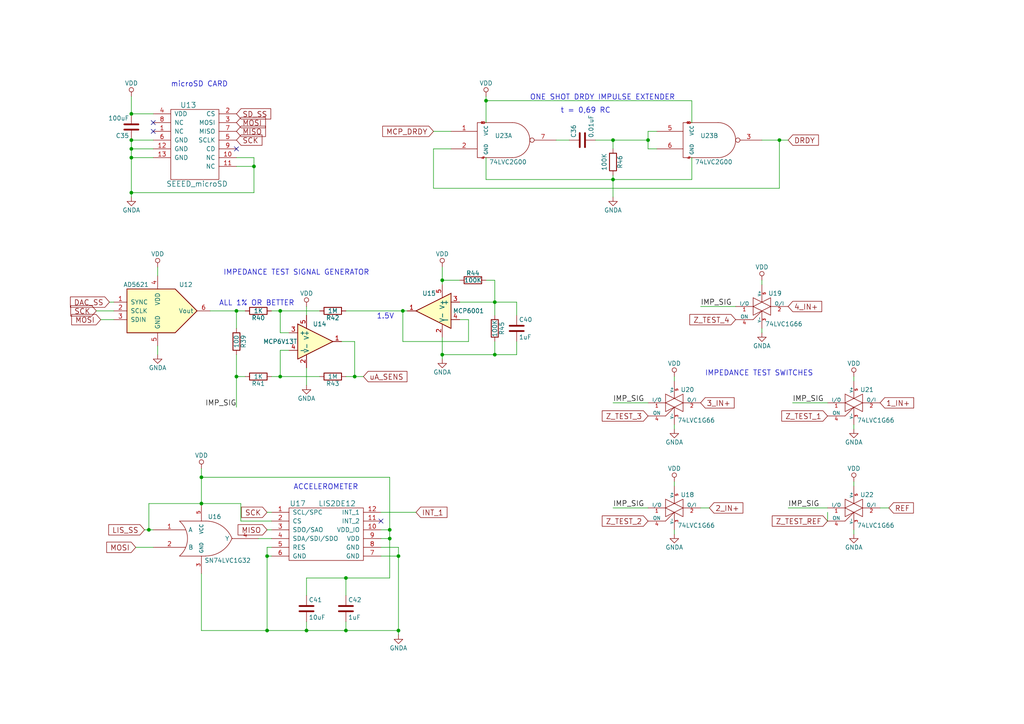
<source format=kicad_sch>
(kicad_sch (version 20230121) (generator eeschema)
  (paper "A4")
  (title_block (title "Ganglion Peripherals") (date "2018-1-8") (rev "1.0.1") (company "OpenBCI"))
  (lib_symbols
    (symbol "Ganglion_01-rescue:C" (pin_numbers hide) (pin_names (offset 0.254))
      (property "Reference" "C" (at 0.635 2.54 0))
      (property "Value" "C" (at 0.635 -2.54 0))
      (symbol "C_0_1"
        (polyline (pts (xy -2.032 -0.762) (xy 2.032 -0.762)) (stroke (width 0.508)))
        (polyline (pts (xy -2.032 0.762) (xy 2.032 0.762)) (stroke (width 0.508)))
      )
      (symbol "C_1_1"
        (pin passive line (at 0 3.81 270) (length 2.794) (name "~") (number "1"))
        (pin passive line (at 0 -3.81 90) (length 2.794) (name "~") (number "2"))
      )
    )
    (symbol "Ganglion_01-rescue:GNDA" (power) (pin_names (offset 0))
      (property "Value" "GNDA" (at 0 -3.81 0))
      (symbol "GNDA_0_1"
        (polyline (pts (xy 0 0) (xy 0 -1.27) (xy 1.27 -1.27) (xy 0 -2.54) (xy -1.27 -1.27) (xy 0 -1.27)))
      )
      (symbol "GNDA_1_1"
        (pin power_in line (at 0 0 270) (length 0) hide (name "GNDA") (number "1"))
      )
    )
    (symbol "Ganglion_01-rescue:MCP6001"
      (property "Reference" "U" (at 1.27 5.08 0))
      (property "Value" "MCP6001" (at 5.08 -5.08 0))
      (symbol "MCP6001_0_1"
        (polyline (pts (xy -5.08 5.08) (xy 5.08 0) (xy -5.08 -5.08) (xy -5.08 5.08)) (stroke (width 0.254)) (fill (type background)))
      )
      (symbol "MCP6001_1_1"
        (pin output line (at 7.62 0 180) (length 2.54) (name "~") (number "1"))
        (pin input line (at -2.54 -7.62 90) (length 3.81) (name "V-") (number "2"))
        (pin input line (at -7.62 2.54 0) (length 2.54) (name "+") (number "3"))
        (pin input line (at -7.62 -2.54 0) (length 2.54) (name "-") (number "4"))
        (pin input line (at -2.54 7.62 270) (length 3.81) (name "V+") (number "5"))
      )
    )
    (symbol "Ganglion_01-rescue:R" (pin_numbers hide) (pin_names (offset 0))
      (property "Reference" "R" (at 2.032 0 90))
      (property "Value" "R" (at 0 0 90))
      (symbol "R_0_1"
        (rectangle (start -1.016 -2.54) (end 1.016 2.54) (stroke (width 0.254)))
      )
      (symbol "R_1_1"
        (pin passive line (at 0 3.81 270) (length 1.27) (name "~") (number "1"))
        (pin passive line (at 0 -3.81 90) (length 1.27) (name "~") (number "2"))
      )
    )
    (symbol "Ganglion_01-rescue:VDD" (power) (pin_names (offset 0))
      (property "Value" "VDD" (at 0 3.81 0))
      (symbol "VDD_0_1"
        (polyline (pts (xy 0 0) (xy 0 1.27)))
        (circle (center 0 1.905) (radius 0.635))
      )
      (symbol "VDD_1_1"
        (pin power_in line (at 0 0 90) (length 0) hide (name "VDD") (number "1"))
      )
    )
    (symbol "OpenBCI:74LVC1G66" (pin_names (offset 0))
      (property "Reference" "U" (at 3.81 3.81 0))
      (property "Value" "74LVC1G66" (at 6.35 -5.08 0))
      (symbol "74LVC1G66_0_1"
        (polyline (pts (xy -2.54 -3.81) (xy 0 -1.27) (xy 0 -1.27)))
        (polyline (pts (xy -2.54 0) (xy 2.54 2.54) (xy 2.54 -2.54) (xy -2.54 0)))
        (polyline (pts (xy -2.54 2.54) (xy 2.54 0) (xy -2.54 -2.54) (xy -2.54 2.54)))
        (pin power_in line (at 0 -6.35 90) (length 5.08) (name "V-") (number "3"))
        (pin power_in line (at 0 6.35 270) (length 5.08) (name "V+") (number "5"))
      )
      (symbol "74LVC1G66_1_1"
        (pin passive line (at -7.62 0 0) (length 5.08) (name "I/O") (number "1"))
        (pin passive line (at 7.62 0 180) (length 5.08) (name "O/I") (number "2"))
        (pin input line (at -7.62 -3.81 0) (length 5.08) (name "ON") (number "4"))
      )
    )
    (symbol "OpenBCI:74LVC2G00" (pin_names (offset 0.762))
      (property "Reference" "U" (at 0 1.27 0))
      (property "Value" "74LVC2G00" (at 1.27 -6.35 0))
      (symbol "74LVC2G00_0_0"
        (pin power_in line (at -5.08 -5.08 90) (length 0) (name "GND") (number "4"))
        (pin power_in line (at -5.08 5.08 270) (length 0) (name "VCC") (number "8"))
      )
      (symbol "74LVC2G00_0_1"
        (polyline (pts (xy 2.54 5.08) (xy -7.62 5.08) (xy -7.62 -5.08) (xy 2.54 -5.08)))
        (arc (start 2.54 -5.08) (mid 7.5979 0) (end 2.54 5.08))
      )
      (symbol "74LVC2G00_0_2"
        (arc (start -7.62 -5.08) (mid -5.2253 0) (end -7.62 5.08))
        (arc (start 0 -5.08) (mid 4.5408 -3.6305) (end 7.62 0))
        (polyline (pts (xy -7.62 -5.08) (xy 0 -5.08)))
        (polyline (pts (xy -7.62 5.08) (xy 0 5.08)))
        (arc (start 7.62 0) (mid 4.5343 3.6226) (end 0 5.08))
      )
      (symbol "74LVC2G00_1_1"
        (pin input line (at -15.24 2.54 0) (length 7.62) (name "~") (number "1"))
        (pin input line (at -15.24 -2.54 0) (length 7.62) (name "~") (number "2"))
        (pin output inverted (at 15.24 0 180) (length 7.62) (name "~") (number "7"))
      )
      (symbol "74LVC2G00_1_2"
        (pin input inverted (at -15.24 2.54 0) (length 9.398) (name "~") (number "1"))
        (pin input inverted (at -15.24 -2.54 0) (length 9.398) (name "~") (number "2"))
        (pin output line (at 15.24 0 180) (length 7.62) (name "~") (number "3"))
      )
      (symbol "74LVC2G00_2_1"
        (pin output inverted (at 15.24 0 180) (length 7.62) (name "~") (number "3"))
        (pin input line (at -15.24 2.54 0) (length 7.62) (name "~") (number "5"))
        (pin input line (at -15.24 -2.54 0) (length 7.62) (name "~") (number "6"))
      )
      (symbol "74LVC2G00_2_2"
        (pin input inverted (at -15.24 2.54 0) (length 9.398) (name "~") (number "4"))
        (pin input inverted (at -15.24 -2.54 0) (length 9.398) (name "~") (number "5"))
        (pin output line (at 15.24 0 180) (length 7.62) (name "~") (number "6"))
      )
    )
    (symbol "OpenBCI:AD5621" (pin_names (offset 1.016))
      (property "Reference" "U" (at -10.16 7.62 0))
      (property "Value" "AD5621" (at 2.54 7.62 0))
      (property "Datasheet" "http://ww1.microchip.com/downloads/en/DeviceDoc/22072b.pdf" (at 0 0 0))
      (symbol "AD5621_0_1"
        (polyline (pts (xy -5.08 6.35) (xy 8.89 6.35) (xy 8.89 0) (xy 8.89 -6.35) (xy -5.08 -6.35) (xy -11.43 0) (xy -5.08 6.35)) (stroke (width 0.254)) (fill (type background)))
      )
      (symbol "AD5621_1_1"
        (pin input line (at 12.7 2.54 180) (length 3.81) (name "SYNC") (number "1"))
        (pin input line (at 12.7 0 180) (length 3.81) (name "SCLK") (number "2"))
        (pin input line (at 12.7 -2.54 180) (length 3.81) (name "SDIN") (number "3"))
        (pin power_in line (at 0 10.16 270) (length 3.81) (name "VDD") (number "4"))
        (pin power_in line (at 0 -10.16 90) (length 3.81) (name "GND") (number "5"))
        (pin passive line (at -15.24 0 0) (length 3.81) (name "Vout") (number "6"))
      )
    )
    (symbol "OpenBCI:LIS2DE12" (pin_names (offset 1.016))
      (property "Reference" "U" (at -8.89 7.62 0))
      (property "Value" "LIS2DE12" (at 2.54 7.62 0))
      (symbol "LIS2DE12_0_1"
        (rectangle (start -11.43 6.35) (end 10.16 -8.89))
      )
      (symbol "LIS2DE12_1_1"
        (pin input line (at -16.51 5.08 0) (length 5.08) (name "SCL/SPC") (number "1"))
        (pin input line (at 15.24 0 180) (length 5.08) (name "VDD_IO") (number "10"))
        (pin output line (at 15.24 2.54 180) (length 5.08) (name "INT_2") (number "11"))
        (pin output line (at 15.24 5.08 180) (length 5.08) (name "INT_1") (number "12"))
        (pin input line (at -16.51 2.54 0) (length 5.08) (name "CS") (number "2"))
        (pin bidirectional line (at -16.51 0 0) (length 5.08) (name "SDO/SAO") (number "3"))
        (pin bidirectional line (at -16.51 -2.54 0) (length 5.08) (name "SDA/SDI/SDO") (number "4"))
        (pin input line (at -16.51 -5.08 0) (length 5.08) (name "RES") (number "5"))
        (pin power_in line (at -16.51 -7.62 0) (length 5.08) (name "GND") (number "6"))
        (pin input line (at 15.24 -7.62 180) (length 5.08) (name "GND") (number "7"))
        (pin power_in line (at 15.24 -5.08 180) (length 5.08) (name "GND") (number "8"))
        (pin power_in line (at 15.24 -2.54 180) (length 5.08) (name "VDD") (number "9"))
      )
    )
    (symbol "OpenBCI:SEEED_microSD" (pin_names (offset 1.016))
      (property "Reference" "U" (at -2.54 11.43 0))
      (property "Value" "SEEED_microSD" (at 0 -11.43 0))
      (symbol "SEEED_microSD_0_1"
        (rectangle (start -7.62 10.16) (end 6.35 -10.16))
      )
      (symbol "SEEED_microSD_1_1"
        (pin input line (at -12.7 3.81 0) (length 5.08) (name "NC") (number "1"))
        (pin input line (at 11.43 -3.81 180) (length 5.08) (name "NC") (number "10"))
        (pin input line (at 11.43 -6.35 180) (length 5.08) (name "NC") (number "11"))
        (pin input line (at -12.7 -1.27 0) (length 5.08) (name "GND") (number "12"))
        (pin input line (at -12.7 -3.81 0) (length 5.08) (name "GND") (number "13"))
        (pin input line (at 11.43 8.89 180) (length 5.08) (name "CS") (number "2"))
        (pin input line (at 11.43 6.35 180) (length 5.08) (name "MOSI") (number "3"))
        (pin input line (at -12.7 8.89 0) (length 5.08) (name "VDD") (number "4"))
        (pin input line (at 11.43 1.27 180) (length 5.08) (name "SCLK") (number "5"))
        (pin input line (at -12.7 1.27 0) (length 5.08) (name "GND") (number "6"))
        (pin input line (at 11.43 3.81 180) (length 5.08) (name "MISO") (number "7"))
        (pin input line (at -12.7 6.35 0) (length 5.08) (name "NC") (number "8"))
        (pin input line (at 11.43 -1.27 180) (length 5.08) (name "CD") (number "9"))
      )
    )
    (symbol "OpenBCI:SN74LVC1G32" (pin_names (offset 0.762))
      (property "Reference" "U" (at 2.54 6.35 0))
      (property "Value" "SN74LVC1G32" (at 6.35 -6.35 0))
      (symbol "SN74LVC1G32_0_0"
        (pin power_in line (at -1.27 -10.16 90) (length 5.08) (name "GND") (number "3"))
        (pin power_in line (at -1.27 10.16 270) (length 5.08) (name "VCC") (number "5"))
      )
      (symbol "SN74LVC1G32_0_1"
        (arc (start -7.62 -5.0292) (mid -5.3094 0.0082) (end -7.62 5.0546))
        (arc (start 0 -5.0546) (mid 4.5632 -3.6449) (end 7.5946 0.0508))
        (polyline (pts (xy -7.62 -5.08) (xy 0 -5.08)))
        (polyline (pts (xy -7.62 5.08) (xy 0 5.08)))
        (arc (start 7.62 0) (mid 4.6132 3.6946) (end 0.0508 5.08))
      )
      (symbol "SN74LVC1G32_0_2"
        (polyline (pts (xy 2.54 5.08) (xy -7.62 5.08) (xy -7.62 -5.08) (xy 2.54 -5.08)))
        (arc (start 2.5654 -5.0546) (mid 7.5947 0.0001) (end 2.5654 5.08))
      )
      (symbol "SN74LVC1G32_1_1"
        (pin input line (at -15.24 2.54 0) (length 9.398) (name "A") (number "1"))
        (pin input line (at -15.24 -2.54 0) (length 9.398) (name "B") (number "2"))
        (pin output line (at 15.24 0 180) (length 7.62) (name "Y") (number "4"))
      )
      (symbol "SN74LVC1G32_1_2"
        (pin input inverted (at -15.24 2.54 0) (length 7.62) (name "A") (number "1"))
        (pin input inverted (at -15.24 -2.54 0) (length 7.62) (name "B") (number "2"))
        (pin output inverted (at 15.24 0 180) (length 7.62) (name "Y") (number "3"))
      )
    )
  )
  (junction (at 68.58 109.22))
  (junction (at 58.42 138.43))
  (junction (at 115.57 182.88))
  (junction (at 100.33 167.64))
  (junction (at 81.28 109.22))
  (junction (at 73.66 48.26))
  (junction (at 143.51 102.87))
  (junction (at 38.1 45.72))
  (junction (at 140.97 29.21))
  (junction (at 113.03 153.67))
  (junction (at 38.1 40.64))
  (junction (at 187.96 40.64))
  (junction (at 116.84 90.17))
  (junction (at 38.1 43.18))
  (junction (at 143.51 87.63))
  (junction (at 128.27 81.28))
  (junction (at 77.47 182.88))
  (junction (at 100.33 182.88))
  (junction (at 113.03 156.21))
  (junction (at 58.42 146.05))
  (junction (at 177.8 40.64))
  (junction (at 226.06 40.64))
  (junction (at 102.87 109.22))
  (junction (at 43.18 153.67))
  (junction (at 38.1 55.88))
  (junction (at 38.1 33.02))
  (junction (at 115.57 161.29))
  (junction (at 177.8 52.07))
  (junction (at 88.9 182.88))
  (junction (at 81.28 90.17))
  (junction (at 77.47 161.29))
  (junction (at 68.58 90.17))
  (junction (at 128.27 102.87))
  (no_connect (at 68.58 43.18))
  (no_connect (at 44.45 35.56))
  (no_connect (at 44.45 38.1))
  (no_connect (at 110.49 151.13))
  (wire (pts (xy 177.8 50.8) (xy 177.8 52.07)))
  (wire (pts (xy 128.27 97.79) (xy 128.27 102.87)))
  (wire (pts (xy 133.35 92.71) (xy 135.89 92.71)))
  (wire (pts (xy 240.03 116.84) (xy 229.87 116.84)))
  (wire (pts (xy 187.96 40.64) (xy 187.96 43.18)))
  (wire (pts (xy 58.42 182.88) (xy 77.47 182.88)))
  (wire (pts (xy 68.58 102.87) (xy 68.58 109.22)))
  (wire (pts (xy 240.03 151.13) (xy 240.03 148.59)))
  (wire (pts (xy 77.47 182.88) (xy 88.9 182.88)))
  (wire (pts (xy 200.66 35.56) (xy 200.66 29.21)))
  (wire (pts (xy 100.33 180.34) (xy 100.33 182.88)))
  (wire (pts (xy 133.35 87.63) (xy 143.51 87.63)))
  (wire (pts (xy 29.21 92.71) (xy 33.02 92.71)))
  (wire (pts (xy 213.36 88.9) (xy 203.2 88.9)))
  (wire (pts (xy 27.94 90.17) (xy 33.02 90.17)))
  (wire (pts (xy 88.9 111.76) (xy 88.9 106.68)))
  (wire (pts (xy 177.8 40.64) (xy 177.8 43.18)))
  (wire (pts (xy 81.28 101.6) (xy 81.28 109.22)))
  (wire (pts (xy 113.03 153.67) (xy 113.03 138.43)))
  (wire (pts (xy 125.73 54.61) (xy 125.73 43.18)))
  (wire (pts (xy 100.33 172.72) (xy 100.33 167.64)))
  (wire (pts (xy 43.18 146.05) (xy 58.42 146.05)))
  (wire (pts (xy 78.74 161.29) (xy 77.47 161.29)))
  (wire (pts (xy 240.03 147.32) (xy 228.6 147.32)))
  (wire (pts (xy 113.03 156.21) (xy 113.03 153.67)))
  (wire (pts (xy 77.47 161.29) (xy 77.47 182.88)))
  (wire (pts (xy 140.97 52.07) (xy 140.97 45.72)))
  (wire (pts (xy 100.33 109.22) (xy 102.87 109.22)))
  (wire (pts (xy 102.87 109.22) (xy 105.41 109.22)))
  (wire (pts (xy 68.58 109.22) (xy 68.58 118.11)))
  (wire (pts (xy 58.42 138.43) (xy 58.42 146.05)))
  (wire (pts (xy 143.51 102.87) (xy 149.86 102.87)))
  (wire (pts (xy 203.2 147.32) (xy 205.74 147.32)))
  (wire (pts (xy 100.33 167.64) (xy 113.03 167.64)))
  (wire (pts (xy 149.86 87.63) (xy 149.86 91.44)))
  (wire (pts (xy 116.84 90.17) (xy 116.84 99.06)))
  (wire (pts (xy 81.28 90.17) (xy 92.71 90.17)))
  (wire (pts (xy 81.28 109.22) (xy 92.71 109.22)))
  (wire (pts (xy 110.49 148.59) (xy 120.65 148.59)))
  (wire (pts (xy 81.28 96.52) (xy 81.28 90.17)))
  (wire (pts (xy 143.51 87.63) (xy 149.86 87.63)))
  (wire (pts (xy 45.72 102.87) (xy 45.72 100.33)))
  (wire (pts (xy 88.9 172.72) (xy 88.9 167.64)))
  (wire (pts (xy 255.27 147.32) (xy 257.81 147.32)))
  (wire (pts (xy 38.1 40.64) (xy 38.1 43.18)))
  (wire (pts (xy 177.8 52.07) (xy 200.66 52.07)))
  (wire (pts (xy 140.97 29.21) (xy 140.97 35.56)))
  (wire (pts (xy 38.1 27.94) (xy 38.1 33.02)))
  (wire (pts (xy 31.75 87.63) (xy 33.02 87.63)))
  (wire (pts (xy 69.85 146.05) (xy 69.85 151.13)))
  (wire (pts (xy 68.58 90.17) (xy 68.58 95.25)))
  (wire (pts (xy 149.86 102.87) (xy 149.86 99.06)))
  (wire (pts (xy 68.58 45.72) (xy 73.66 45.72)))
  (wire (pts (xy 200.66 52.07) (xy 200.66 45.72)))
  (wire (pts (xy 100.33 90.17) (xy 116.84 90.17)))
  (wire (pts (xy 68.58 48.26) (xy 73.66 48.26)))
  (wire (pts (xy 110.49 161.29) (xy 115.57 161.29)))
  (wire (pts (xy 190.5 38.1) (xy 187.96 38.1)))
  (wire (pts (xy 140.97 27.94) (xy 140.97 29.21)))
  (wire (pts (xy 68.58 109.22) (xy 71.12 109.22)))
  (wire (pts (xy 78.74 90.17) (xy 81.28 90.17)))
  (wire (pts (xy 58.42 166.37) (xy 58.42 182.88)))
  (wire (pts (xy 143.51 99.06) (xy 143.51 102.87)))
  (wire (pts (xy 99.06 99.06) (xy 102.87 99.06)))
  (wire (pts (xy 187.96 116.84) (xy 177.8 116.84)))
  (wire (pts (xy 78.74 158.75) (xy 77.47 158.75)))
  (wire (pts (xy 115.57 182.88) (xy 115.57 184.15)))
  (wire (pts (xy 135.89 99.06) (xy 116.84 99.06)))
  (wire (pts (xy 41.91 153.67) (xy 43.18 153.67)))
  (wire (pts (xy 100.33 182.88) (xy 115.57 182.88)))
  (wire (pts (xy 143.51 81.28) (xy 143.51 87.63)))
  (wire (pts (xy 44.45 40.64) (xy 38.1 40.64)))
  (wire (pts (xy 161.29 40.64) (xy 165.1 40.64)))
  (wire (pts (xy 177.8 52.07) (xy 177.8 57.15)))
  (wire (pts (xy 200.66 29.21) (xy 140.97 29.21)))
  (wire (pts (xy 220.98 95.25) (xy 220.98 96.52)))
  (wire (pts (xy 38.1 33.02) (xy 44.45 33.02)))
  (wire (pts (xy 88.9 88.9) (xy 88.9 91.44)))
  (wire (pts (xy 115.57 161.29) (xy 115.57 182.88)))
  (wire (pts (xy 226.06 40.64) (xy 226.06 54.61)))
  (wire (pts (xy 247.65 109.22) (xy 247.65 110.49)))
  (wire (pts (xy 43.18 153.67) (xy 44.45 153.67)))
  (wire (pts (xy 143.51 87.63) (xy 143.51 91.44)))
  (wire (pts (xy 187.96 147.32) (xy 177.8 147.32)))
  (wire (pts (xy 43.18 153.67) (xy 43.18 146.05)))
  (wire (pts (xy 78.74 109.22) (xy 81.28 109.22)))
  (wire (pts (xy 128.27 102.87) (xy 143.51 102.87)))
  (wire (pts (xy 78.74 148.59) (xy 77.47 148.59)))
  (wire (pts (xy 115.57 158.75) (xy 115.57 161.29)))
  (wire (pts (xy 128.27 81.28) (xy 128.27 82.55)))
  (wire (pts (xy 73.66 45.72) (xy 73.66 48.26)))
  (wire (pts (xy 38.1 45.72) (xy 38.1 55.88)))
  (wire (pts (xy 128.27 77.47) (xy 128.27 81.28)))
  (wire (pts (xy 69.85 151.13) (xy 78.74 151.13)))
  (wire (pts (xy 74.93 156.21) (xy 78.74 156.21)))
  (wire (pts (xy 128.27 81.28) (xy 133.35 81.28)))
  (wire (pts (xy 88.9 180.34) (xy 88.9 182.88)))
  (wire (pts (xy 45.72 77.47) (xy 45.72 80.01)))
  (wire (pts (xy 195.58 153.67) (xy 195.58 154.94)))
  (wire (pts (xy 39.37 158.75) (xy 44.45 158.75)))
  (wire (pts (xy 58.42 146.05) (xy 69.85 146.05)))
  (wire (pts (xy 226.06 54.61) (xy 125.73 54.61)))
  (wire (pts (xy 102.87 99.06) (xy 102.87 109.22)))
  (wire (pts (xy 44.45 45.72) (xy 38.1 45.72)))
  (wire (pts (xy 113.03 167.64) (xy 113.03 156.21)))
  (wire (pts (xy 68.58 90.17) (xy 71.12 90.17)))
  (wire (pts (xy 177.8 40.64) (xy 187.96 40.64)))
  (wire (pts (xy 140.97 81.28) (xy 143.51 81.28)))
  (wire (pts (xy 38.1 43.18) (xy 38.1 45.72)))
  (wire (pts (xy 195.58 123.19) (xy 195.58 124.46)))
  (wire (pts (xy 125.73 43.18) (xy 130.81 43.18)))
  (wire (pts (xy 195.58 139.7) (xy 195.58 140.97)))
  (wire (pts (xy 115.57 158.75) (xy 110.49 158.75)))
  (wire (pts (xy 247.65 154.94) (xy 247.65 153.67)))
  (wire (pts (xy 88.9 182.88) (xy 100.33 182.88)))
  (wire (pts (xy 113.03 156.21) (xy 110.49 156.21)))
  (wire (pts (xy 77.47 158.75) (xy 77.47 161.29)))
  (wire (pts (xy 60.96 90.17) (xy 68.58 90.17)))
  (wire (pts (xy 125.73 38.1) (xy 130.81 38.1)))
  (wire (pts (xy 83.82 101.6) (xy 81.28 101.6)))
  (wire (pts (xy 195.58 109.22) (xy 195.58 110.49)))
  (wire (pts (xy 187.96 43.18) (xy 190.5 43.18)))
  (wire (pts (xy 128.27 102.87) (xy 128.27 104.14)))
  (wire (pts (xy 88.9 167.64) (xy 100.33 167.64)))
  (wire (pts (xy 220.98 40.64) (xy 226.06 40.64)))
  (wire (pts (xy 247.65 140.97) (xy 247.65 139.7)))
  (wire (pts (xy 220.98 81.28) (xy 220.98 82.55)))
  (wire (pts (xy 135.89 92.71) (xy 135.89 99.06)))
  (wire (pts (xy 110.49 153.67) (xy 113.03 153.67)))
  (wire (pts (xy 187.96 38.1) (xy 187.96 40.64)))
  (wire (pts (xy 83.82 96.52) (xy 81.28 96.52)))
  (wire (pts (xy 73.66 48.26) (xy 73.66 55.88)))
  (wire (pts (xy 58.42 135.89) (xy 58.42 138.43)))
  (wire (pts (xy 140.97 52.07) (xy 177.8 52.07)))
  (wire (pts (xy 73.66 55.88) (xy 38.1 55.88)))
  (wire (pts (xy 172.72 40.64) (xy 177.8 40.64)))
  (wire (pts (xy 38.1 55.88) (xy 38.1 57.15)))
  (wire (pts (xy 113.03 138.43) (xy 58.42 138.43)))
  (wire (pts (xy 44.45 43.18) (xy 38.1 43.18)))
  (wire (pts (xy 78.74 153.67) (xy 77.47 153.67)))
  (wire (pts (xy 247.65 123.19) (xy 247.65 124.46)))
  (wire (pts (xy 226.06 40.64) (xy 228.6 40.64)))
  (wire (pts (xy 116.84 90.17) (xy 118.11 90.17)))
  (text "ACCELEROMETER" (at 85.09 142.24 0) (effects (font (size 1.524 1.524)) (justify left bottom)))
  (text "1.5V" (at 109.22 92.71 0) (effects (font (size 1.524 1.524)) (justify left bottom)))
  (text "microSD CARD" (at 49.53 25.4 0) (effects (font (size 1.524 1.524)) (justify left bottom)))
  (text "ONE SHOT DRDY IMPULSE EXTENDER" (at 153.67 29.21 0) (effects (font (size 1.524 1.524)) (justify left bottom)))
  (text "t = 0,69 RC" (at 162.56 33.02 0) (effects (font (size 1.524 1.524)) (justify left bottom)))
  (text "IMPEDANCE TEST SIGNAL GENERATOR" (at 64.77 80.01 0) (effects (font (size 1.524 1.524)) (justify left bottom)))
  (text "ALL 1% OR BETTER" (at 63.5 88.9 0) (effects (font (size 1.524 1.524)) (justify left bottom)))
  (text "IMPEDANCE TEST SWITCHES" (at 204.47 109.22 0) (effects (font (size 1.524 1.524)) (justify left bottom)))
  (label "IMP_SIG" (at 229.87 116.84 0) (effects (font (size 1.524 1.524))))
  (label "IMP_SIG" (at 228.6 147.32 0) (effects (font (size 1.524 1.524))))
  (label "IMP_SIG" (at 68.58 118.11 180) (effects (font (size 1.524 1.524))))
  (label "IMP_SIG" (at 177.8 116.84 0) (effects (font (size 1.524 1.524))))
  (label "IMP_SIG" (at 177.8 147.32 0) (effects (font (size 1.524 1.524))))
  (label "IMP_SIG" (at 203.2 88.9 0) (effects (font (size 1.524 1.524))))
  (global_label "SCK" (shape input) (at 68.58 40.64 0) (effects (font (size 1.524 1.524))) (property "Intersheetrefs" "${INTERSHEET_REFS}" (effects hide)))
  (global_label "SCK" (shape input) (at 27.94 90.17 180) (effects (font (size 1.524 1.524))) (property "Intersheetrefs" "${INTERSHEET_REFS}" (effects hide)))
  (global_label "REF" (shape input) (at 257.81 147.32 0) (effects (font (size 1.524 1.524))) (property "Intersheetrefs" "${INTERSHEET_REFS}" (effects hide)))
  (global_label "MOSI" (shape input) (at 39.37 158.75 180) (effects (font (size 1.524 1.524))) (property "Intersheetrefs" "${INTERSHEET_REFS}" (effects hide)))
  (global_label "SCK" (shape input) (at 77.47 148.59 180) (effects (font (size 1.524 1.524))) (property "Intersheetrefs" "${INTERSHEET_REFS}" (effects hide)))
  (global_label "Z_TEST_4" (shape input) (at 213.36 92.71 180) (effects (font (size 1.524 1.524))) (property "Intersheetrefs" "${INTERSHEET_REFS}" (effects hide)))
  (global_label "DRDY" (shape input) (at 228.6 40.64 0) (effects (font (size 1.524 1.524))) (property "Intersheetrefs" "${INTERSHEET_REFS}" (effects hide)))
  (global_label "MOSI" (shape input) (at 29.21 92.71 180) (effects (font (size 1.524 1.524))) (property "Intersheetrefs" "${INTERSHEET_REFS}" (effects hide)))
  (global_label "1_IN+" (shape input) (at 255.27 116.84 0) (effects (font (size 1.524 1.524))) (property "Intersheetrefs" "${INTERSHEET_REFS}" (effects hide)))
  (global_label "Z_TEST_1" (shape input) (at 240.03 120.65 180) (effects (font (size 1.524 1.524))) (property "Intersheetrefs" "${INTERSHEET_REFS}" (effects hide)))
  (global_label "2_IN+" (shape input) (at 205.74 147.32 0) (effects (font (size 1.524 1.524))) (property "Intersheetrefs" "${INTERSHEET_REFS}" (effects hide)))
  (global_label "MCP_DRDY" (shape input) (at 125.73 38.1 180) (effects (font (size 1.524 1.524))) (property "Intersheetrefs" "${INTERSHEET_REFS}" (effects hide)))
  (global_label "MISO" (shape input) (at 68.58 38.1 0) (effects (font (size 1.524 1.524))) (property "Intersheetrefs" "${INTERSHEET_REFS}" (effects hide)))
  (global_label "MISO" (shape input) (at 77.47 153.67 180) (effects (font (size 1.524 1.524))) (property "Intersheetrefs" "${INTERSHEET_REFS}" (effects hide)))
  (global_label "4_IN+" (shape input) (at 228.6 88.9 0) (effects (font (size 1.524 1.524))) (property "Intersheetrefs" "${INTERSHEET_REFS}" (effects hide)))
  (global_label "INT_1" (shape input) (at 120.65 148.59 0) (effects (font (size 1.524 1.524))) (property "Intersheetrefs" "${INTERSHEET_REFS}" (effects hide)))
  (global_label "Z_TEST_2" (shape input) (at 187.96 151.13 180) (effects (font (size 1.524 1.524))) (property "Intersheetrefs" "${INTERSHEET_REFS}" (effects hide)))
  (global_label "DAC_SS" (shape input) (at 31.75 87.63 180) (effects (font (size 1.524 1.524))) (property "Intersheetrefs" "${INTERSHEET_REFS}" (effects hide)))
  (global_label "Z_TEST_REF" (shape input) (at 240.03 151.13 180) (effects (font (size 1.524 1.524))) (property "Intersheetrefs" "${INTERSHEET_REFS}" (effects hide)))
  (global_label "uA_SENS" (shape input) (at 105.41 109.22 0) (effects (font (size 1.524 1.524))) (property "Intersheetrefs" "${INTERSHEET_REFS}" (effects hide)))
  (global_label "3_IN+" (shape input) (at 203.2 116.84 0) (effects (font (size 1.524 1.524))) (property "Intersheetrefs" "${INTERSHEET_REFS}" (effects hide)))
  (global_label "MOSI" (shape input) (at 68.58 35.56 0) (effects (font (size 1.524 1.524))) (property "Intersheetrefs" "${INTERSHEET_REFS}" (effects hide)))
  (global_label "SD_SS" (shape input) (at 68.58 33.02 0) (effects (font (size 1.524 1.524))) (property "Intersheetrefs" "${INTERSHEET_REFS}" (effects hide)))
  (global_label "LIS_SS" (shape input) (at 41.91 153.67 180) (effects (font (size 1.524 1.524))) (property "Intersheetrefs" "${INTERSHEET_REFS}" (effects hide)))
  (global_label "Z_TEST_3" (shape input) (at 187.96 120.65 180) (effects (font (size 1.524 1.524))) (property "Intersheetrefs" "${INTERSHEET_REFS}" (effects hide)))
  (symbol (lib_id "OpenBCI:LIS2DE12") (at 95.25 153.67 0) (unit 1)
    (property "Reference" "U17" (at 86.36 146.05 0) (effects (font (size 1.524 1.524))))
    (property "Value" "LIS2DE12" (at 97.79 146.05 0) (effects (font (size 1.524 1.524))))
    (property "Footprint" "OpenBCI:LIS2DH12" (effects hide))
  )
  (symbol (lib_id "OpenBCI:SN74LVC1G32") (at 59.69 156.21 0) (unit 1)
    (property "Reference" "U16" (at 62.23 149.86 0))
    (property "Value" "SN74LVC1G32" (at 66.04 162.56 0))
    (property "Footprint" "TO_SOT_Packages_SMD:SC-70-5" (effects hide))
  )
  (symbol (lib_id "Ganglion_01-rescue:C") (at 88.9 176.53 0) (unit 1)
    (property "Reference" "C41" (at 89.535 173.99 0) (effects (justify left)))
    (property "Value" "10uF" (at 89.535 179.07 0) (effects (justify left)))
    (property "Footprint" "Capacitors_SMD:C_0603" (effects hide))
  )
  (symbol (lib_id "Ganglion_01-rescue:C") (at 100.33 176.53 0) (unit 1)
    (property "Reference" "C42" (at 100.965 173.99 0) (effects (justify left)))
    (property "Value" "1uF" (at 100.965 179.07 0) (effects (justify left)))
    (property "Footprint" "Capacitors_SMD:C_0603" (effects hide))
  )
  (symbol (lib_id "OpenBCI:AD5621") (at 45.72 90.17 0) (mirror y) (unit 1)
    (property "Reference" "U12" (at 55.88 82.55 0) (effects (justify left)))
    (property "Value" "AD5621" (at 43.18 82.55 0) (effects (justify left)))
    (property "Footprint" "TO_SOT_Packages_SMD:SC-70-6" (effects hide))
  )
  (symbol (lib_id "Ganglion_01-rescue:MCP6001") (at 125.73 90.17 0) (mirror y) (unit 1)
    (property "Reference" "U15" (at 124.46 85.09 0))
    (property "Value" "MCP6001" (at 135.89 90.17 0))
    (property "Footprint" "TO_SOT_Packages_SMD:SC-70-5" (effects hide))
  )
  (symbol (lib_id "Ganglion_01-rescue:MCP6001") (at 91.44 99.06 0) (unit 1)
    (property "Reference" "U14" (at 92.71 93.98 0))
    (property "Value" "MCP6V13T" (at 81.28 99.06 0))
    (property "Footprint" "TO_SOT_Packages_SMD:SOT-23-5" (effects hide))
  )
  (symbol (lib_id "Ganglion_01-rescue:R") (at 68.58 99.06 0) (unit 1)
    (property "Reference" "R39" (at 70.612 99.06 90))
    (property "Value" "100" (at 68.58 99.06 90))
    (property "Footprint" "Resistor_SMD:R_0805_2012Metric_Pad1.20x1.40mm_HandSolder" (effects hide))
  )
  (symbol (lib_id "Ganglion_01-rescue:R") (at 74.93 90.17 270) (unit 1)
    (property "Reference" "R40" (at 74.93 92.202 90))
    (property "Value" "1K" (at 74.93 90.17 90))
    (property "Footprint" "Resistor_SMD:R_0805_2012Metric_Pad1.20x1.40mm_HandSolder" (effects hide))
  )
  (symbol (lib_id "Ganglion_01-rescue:R") (at 74.93 109.22 270) (unit 1)
    (property "Reference" "R41" (at 74.93 111.252 90))
    (property "Value" "1K" (at 74.93 109.22 90))
    (property "Footprint" "Resistors_SMD:R_0603" (effects hide))
  )
  (symbol (lib_id "Ganglion_01-rescue:R") (at 96.52 90.17 270) (unit 1)
    (property "Reference" "R42" (at 96.52 92.202 90))
    (property "Value" "1M" (at 96.52 90.17 90))
    (property "Footprint" "Resistors_SMD:R_0603" (effects hide))
  )
  (symbol (lib_id "Ganglion_01-rescue:R") (at 96.52 109.22 270) (unit 1)
    (property "Reference" "R43" (at 96.52 111.252 90))
    (property "Value" "1M" (at 96.52 109.22 90))
    (property "Footprint" "Resistors_SMD:R_0603" (effects hide))
  )
  (symbol (lib_id "Ganglion_01-rescue:R") (at 137.16 81.28 90) (unit 1)
    (property "Reference" "R44" (at 137.16 79.248 90))
    (property "Value" "100K" (at 137.16 81.28 90))
    (property "Footprint" "Resistors_SMD:R_0603" (effects hide))
  )
  (symbol (lib_id "Ganglion_01-rescue:R") (at 143.51 95.25 0) (unit 1)
    (property "Reference" "R45" (at 145.542 95.25 90))
    (property "Value" "100K" (at 143.51 95.25 90))
    (property "Footprint" "Resistors_SMD:R_0603" (effects hide))
  )
  (symbol (lib_id "Ganglion_01-rescue:C") (at 149.86 95.25 0) (unit 1)
    (property "Reference" "C40" (at 150.495 92.71 0) (effects (justify left)))
    (property "Value" "1uF" (at 150.495 97.79 0) (effects (justify left)))
    (property "Footprint" "Capacitors_SMD:C_0603" (effects hide))
  )
  (symbol (lib_id "OpenBCI:SEEED_microSD") (at 57.15 41.91 0) (unit 1)
    (property "Reference" "U13" (at 54.61 30.48 0) (effects (font (size 1.524 1.524))))
    (property "Value" "SEEED_microSD" (at 57.15 53.34 0) (effects (font (size 1.524 1.524))))
    (property "Footprint" "OpenBCI:ST-TF-0003A" (effects hide))
  )
  (symbol (lib_id "Ganglion_01-rescue:C") (at 38.1 36.83 180) (unit 1)
    (property "Reference" "C35" (at 37.465 39.37 0) (effects (justify left)))
    (property "Value" "100uF" (at 37.465 34.29 0) (effects (justify left)))
    (property "Footprint" "Capacitors_SMD:C_1210" (effects hide))
  )
  (symbol (lib_id "Ganglion_01-rescue:VDD") (at 128.27 77.47 0) (unit 1)
    (property "Reference" "#PWR043" (effects hide))
    (property "Value" "VDD" (at 128.27 73.66 0))
  )
  (symbol (lib_id "Ganglion_01-rescue:VDD") (at 88.9 88.9 0) (unit 1)
    (property "Reference" "#PWR044" (effects hide))
    (property "Value" "VDD" (at 88.9 85.09 0))
  )
  (symbol (lib_id "Ganglion_01-rescue:VDD") (at 45.72 77.47 0) (unit 1)
    (property "Reference" "#PWR045" (effects hide))
    (property "Value" "VDD" (at 45.72 73.66 0))
  )
  (symbol (lib_id "Ganglion_01-rescue:VDD") (at 195.58 139.7 0) (unit 1)
    (property "Reference" "#PWR046" (effects hide))
    (property "Value" "VDD" (at 195.58 135.89 0))
  )
  (symbol (lib_id "Ganglion_01-rescue:VDD") (at 195.58 109.22 0) (unit 1)
    (property "Reference" "#PWR047" (effects hide))
    (property "Value" "VDD" (at 195.58 105.41 0))
  )
  (symbol (lib_id "Ganglion_01-rescue:VDD") (at 220.98 81.28 0) (unit 1)
    (property "Reference" "#PWR048" (effects hide))
    (property "Value" "VDD" (at 220.98 77.47 0))
  )
  (symbol (lib_id "Ganglion_01-rescue:VDD") (at 247.65 109.22 0) (unit 1)
    (property "Reference" "#PWR049" (effects hide))
    (property "Value" "VDD" (at 247.65 105.41 0))
  )
  (symbol (lib_id "Ganglion_01-rescue:VDD") (at 58.42 135.89 0) (unit 1)
    (property "Reference" "#PWR050" (effects hide))
    (property "Value" "VDD" (at 58.42 132.08 0))
  )
  (symbol (lib_id "Ganglion_01-rescue:VDD") (at 38.1 27.94 0) (unit 1)
    (property "Reference" "#PWR051" (effects hide))
    (property "Value" "VDD" (at 38.1 24.13 0))
  )
  (symbol (lib_id "OpenBCI:74LVC1G66") (at 247.65 116.84 0) (unit 1)
    (property "Reference" "U21" (at 251.46 113.03 0))
    (property "Value" "74LVC1G66" (at 254 121.92 0))
    (property "Footprint" "TO_SOT_Packages_SMD:SC-70-5" (effects hide))
  )
  (symbol (lib_id "OpenBCI:74LVC1G66") (at 220.98 88.9 0) (unit 1)
    (property "Reference" "U19" (at 224.79 85.09 0))
    (property "Value" "74LVC1G66" (at 227.33 93.98 0))
    (property "Footprint" "TO_SOT_Packages_SMD:SC-70-5" (effects hide))
  )
  (symbol (lib_id "OpenBCI:74LVC1G66") (at 195.58 116.84 0) (unit 1)
    (property "Reference" "U20" (at 199.39 113.03 0))
    (property "Value" "74LVC1G66" (at 201.93 121.92 0))
    (property "Footprint" "TO_SOT_Packages_SMD:SC-70-5" (effects hide))
  )
  (symbol (lib_id "OpenBCI:74LVC1G66") (at 195.58 147.32 0) (unit 1)
    (property "Reference" "U18" (at 199.39 143.51 0))
    (property "Value" "74LVC1G66" (at 201.93 152.4 0))
    (property "Footprint" "TO_SOT_Packages_SMD:SC-70-5" (effects hide))
  )
  (symbol (lib_id "OpenBCI:74LVC1G66") (at 247.65 147.32 0) (unit 1)
    (property "Reference" "U22" (at 251.46 143.51 0))
    (property "Value" "74LVC1G66" (at 254 152.4 0))
    (property "Footprint" "TO_SOT_Packages_SMD:SC-70-5" (effects hide))
  )
  (symbol (lib_id "Ganglion_01-rescue:VDD") (at 247.65 139.7 0) (unit 1)
    (property "Reference" "#PWR052" (effects hide))
    (property "Value" "VDD" (at 247.65 135.89 0))
  )
  (symbol (lib_id "Ganglion_01-rescue:GNDA") (at 115.57 184.15 0) (unit 1)
    (property "Reference" "#PWR053" (effects hide))
    (property "Value" "GNDA" (at 115.57 187.96 0))
  )
  (symbol (lib_id "Ganglion_01-rescue:GNDA") (at 128.27 104.14 0) (unit 1)
    (property "Reference" "#PWR054" (effects hide))
    (property "Value" "GNDA" (at 128.27 107.95 0))
  )
  (symbol (lib_id "Ganglion_01-rescue:GNDA") (at 88.9 111.76 0) (unit 1)
    (property "Reference" "#PWR055" (effects hide))
    (property "Value" "GNDA" (at 88.9 115.57 0))
  )
  (symbol (lib_id "Ganglion_01-rescue:GNDA") (at 38.1 57.15 0) (unit 1)
    (property "Reference" "#PWR056" (effects hide))
    (property "Value" "GNDA" (at 38.1 60.96 0))
  )
  (symbol (lib_id "Ganglion_01-rescue:GNDA") (at 195.58 154.94 0) (unit 1)
    (property "Reference" "#PWR057" (effects hide))
    (property "Value" "GNDA" (at 195.58 158.75 0))
  )
  (symbol (lib_id "Ganglion_01-rescue:GNDA") (at 195.58 124.46 0) (unit 1)
    (property "Reference" "#PWR058" (effects hide))
    (property "Value" "GNDA" (at 195.58 128.27 0))
  )
  (symbol (lib_id "Ganglion_01-rescue:GNDA") (at 220.98 96.52 0) (unit 1)
    (property "Reference" "#PWR059" (effects hide))
    (property "Value" "GNDA" (at 220.98 100.33 0))
  )
  (symbol (lib_id "Ganglion_01-rescue:GNDA") (at 247.65 124.46 0) (unit 1)
    (property "Reference" "#PWR060" (effects hide))
    (property "Value" "GNDA" (at 247.65 128.27 0))
  )
  (symbol (lib_id "Ganglion_01-rescue:GNDA") (at 247.65 154.94 0) (unit 1)
    (property "Reference" "#PWR061" (effects hide))
    (property "Value" "GNDA" (at 247.65 158.75 0))
  )
  (symbol (lib_id "Ganglion_01-rescue:GNDA") (at 45.72 102.87 0) (unit 1)
    (property "Reference" "#PWR062" (effects hide))
    (property "Value" "GNDA" (at 45.72 106.68 0))
  )
  (symbol (lib_id "OpenBCI:74LVC2G00") (at 146.05 40.64 0) (unit 1)
    (property "Reference" "U23" (at 146.05 39.37 0))
    (property "Value" "74LVC2G00" (at 147.32 46.99 0))
    (property "Footprint" "OpenBCI:VSSOP-8" (effects hide))
  )
  (symbol (lib_id "OpenBCI:74LVC2G00") (at 205.74 40.64 0) (unit 2)
    (property "Reference" "U23" (at 205.74 39.37 0))
    (property "Value" "74LVC2G00" (at 207.01 46.99 0))
    (property "Footprint" "OpenBCI:VSSOP-8" (effects hide))
  )
  (symbol (lib_id "Ganglion_01-rescue:C") (at 168.91 40.64 90) (unit 1)
    (property "Reference" "C36" (at 166.37 40.005 0) (effects (justify left)))
    (property "Value" "0.01uF" (at 171.45 40.005 0) (effects (justify left)))
    (property "Footprint" "Capacitors_SMD:C_0603" (effects hide))
  )
  (symbol (lib_id "Ganglion_01-rescue:R") (at 177.8 46.99 0) (unit 1)
    (property "Reference" "R46" (at 179.832 46.99 90))
    (property "Value" "100K" (at 175.26 46.99 90))
    (property "Footprint" "Resistors_SMD:R_0603" (effects hide))
  )
  (symbol (lib_id "Ganglion_01-rescue:GNDA") (at 177.8 57.15 0) (unit 1)
    (property "Reference" "#PWR063" (effects hide))
    (property "Value" "GNDA" (at 177.8 60.96 0))
  )
  (symbol (lib_id "Ganglion_01-rescue:VDD") (at 140.97 27.94 0) (unit 1)
    (property "Reference" "#PWR064" (effects hide))
    (property "Value" "VDD" (at 140.97 24.13 0))
  )
)
</source>
